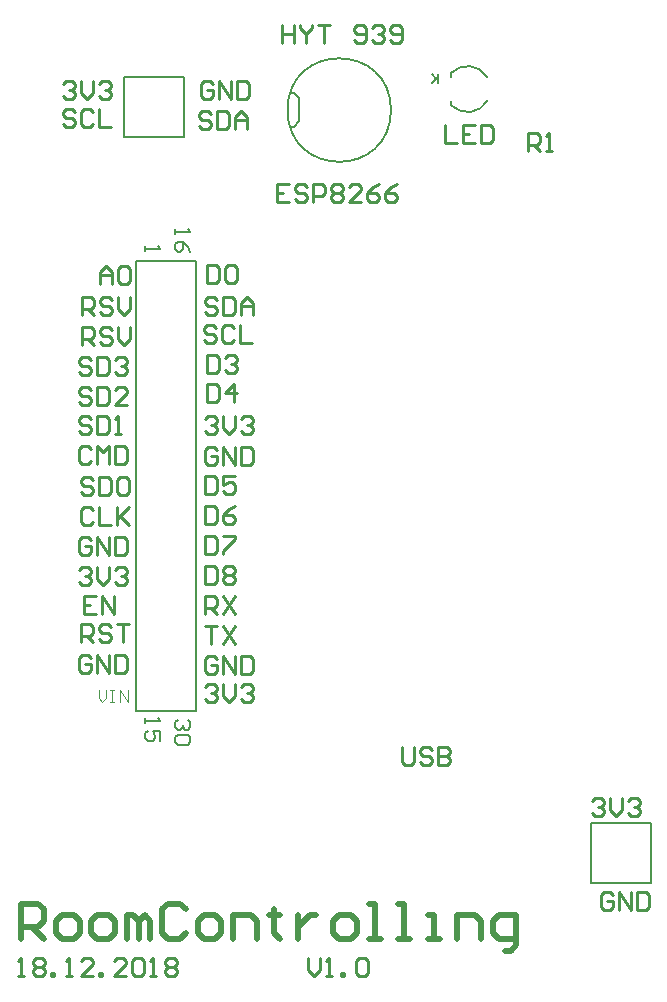
<source format=gto>
G04*
G04 #@! TF.GenerationSoftware,Altium Limited,CircuitStudio,1.5.1 (13)*
G04*
G04 Layer_Color=15065295*
%FSLAX43Y43*%
%MOMM*%
G71*
G01*
G75*
%ADD18C,0.200*%
%ADD19C,0.254*%
%ADD20C,0.120*%
%ADD21C,0.152*%
%ADD22C,0.203*%
%ADD23C,0.500*%
%ADD24C,0.280*%
D18*
X140726Y177123D02*
G03*
X137686Y177480I-1661J-1022D01*
G01*
X137753Y174658D02*
G03*
X140726Y175079I1312J1443D01*
G01*
X132580Y174323D02*
G03*
X132580Y174323I-4380J0D01*
G01*
X149479Y113919D02*
X154559D01*
X149479Y108839D02*
Y113919D01*
X154559Y108839D02*
Y113919D01*
X149479Y108839D02*
X154559D01*
X109982Y177117D02*
X115062D01*
X109982Y172037D02*
Y177117D01*
X115062Y172037D02*
Y177117D01*
X109982Y172037D02*
X115062D01*
X137668Y174743D02*
X137753Y174658D01*
X137668Y177117D02*
Y177480D01*
Y174743D02*
Y175085D01*
X110998Y123420D02*
X116078D01*
X110998D02*
Y161520D01*
X116078Y123420D02*
Y161520D01*
X110998D02*
X116078D01*
X124075Y175773D02*
X124375D01*
X124075Y172923D02*
X124375D01*
Y175773D02*
X124825Y175323D01*
X124375Y172923D02*
X124825Y173373D01*
Y174323D01*
Y175323D01*
D19*
X144145Y170894D02*
Y172418D01*
X144907D01*
X145161Y172164D01*
Y171656D01*
X144907Y171402D01*
X144145D01*
X144653D02*
X145161Y170894D01*
X145669D02*
X146176D01*
X145922D01*
Y172418D01*
X145669Y172164D01*
X137160Y173053D02*
Y171529D01*
X138176D01*
X139699Y173053D02*
X138684D01*
Y171529D01*
X139699D01*
X138684Y172291D02*
X139191D01*
X140207Y173053D02*
Y171529D01*
X140969D01*
X141223Y171783D01*
Y172799D01*
X140969Y173053D01*
X140207D01*
X123317Y181483D02*
Y179959D01*
Y180721D01*
X124333D01*
Y181483D01*
Y179959D01*
X124841Y181483D02*
Y181229D01*
X125348Y180721D01*
X125856Y181229D01*
Y181483D01*
X125348Y180721D02*
Y179959D01*
X126364Y181483D02*
X127380D01*
X126872D01*
Y179959D01*
X129411Y180213D02*
X129665Y179959D01*
X130173D01*
X130427Y180213D01*
Y181229D01*
X130173Y181483D01*
X129665D01*
X129411Y181229D01*
Y180975D01*
X129665Y180721D01*
X130427D01*
X130935Y181229D02*
X131188Y181483D01*
X131696D01*
X131950Y181229D01*
Y180975D01*
X131696Y180721D01*
X131442D01*
X131696D01*
X131950Y180467D01*
Y180213D01*
X131696Y179959D01*
X131188D01*
X130935Y180213D01*
X132458D02*
X132712Y179959D01*
X133220D01*
X133474Y180213D01*
Y181229D01*
X133220Y181483D01*
X132712D01*
X132458Y181229D01*
Y180975D01*
X132712Y180721D01*
X133474D01*
X123952Y168021D02*
X122936D01*
Y166497D01*
X123952D01*
X122936Y167259D02*
X123444D01*
X125475Y167767D02*
X125221Y168021D01*
X124713D01*
X124460Y167767D01*
Y167513D01*
X124713Y167259D01*
X125221D01*
X125475Y167005D01*
Y166751D01*
X125221Y166497D01*
X124713D01*
X124460Y166751D01*
X125983Y166497D02*
Y168021D01*
X126745D01*
X126999Y167767D01*
Y167259D01*
X126745Y167005D01*
X125983D01*
X127507Y167767D02*
X127760Y168021D01*
X128268D01*
X128522Y167767D01*
Y167513D01*
X128268Y167259D01*
X128522Y167005D01*
Y166751D01*
X128268Y166497D01*
X127760D01*
X127507Y166751D01*
Y167005D01*
X127760Y167259D01*
X127507Y167513D01*
Y167767D01*
X127760Y167259D02*
X128268D01*
X130046Y166497D02*
X129030D01*
X130046Y167513D01*
Y167767D01*
X129792Y168021D01*
X129284D01*
X129030Y167767D01*
X131569Y168021D02*
X131061Y167767D01*
X130554Y167259D01*
Y166751D01*
X130807Y166497D01*
X131315D01*
X131569Y166751D01*
Y167005D01*
X131315Y167259D01*
X130554D01*
X133093Y168021D02*
X132585Y167767D01*
X132077Y167259D01*
Y166751D01*
X132331Y166497D01*
X132839D01*
X133093Y166751D01*
Y167005D01*
X132839Y167259D01*
X132077D01*
X116840Y125452D02*
X117094Y125706D01*
X117602D01*
X117856Y125452D01*
Y125198D01*
X117602Y124944D01*
X117348D01*
X117602D01*
X117856Y124690D01*
Y124436D01*
X117602Y124182D01*
X117094D01*
X116840Y124436D01*
X118364Y125706D02*
Y124690D01*
X118871Y124182D01*
X119379Y124690D01*
Y125706D01*
X119887Y125452D02*
X120141Y125706D01*
X120649D01*
X120903Y125452D01*
Y125198D01*
X120649Y124944D01*
X120395D01*
X120649D01*
X120903Y124690D01*
Y124436D01*
X120649Y124182D01*
X120141D01*
X119887Y124436D01*
X117856Y127865D02*
X117602Y128119D01*
X117094D01*
X116840Y127865D01*
Y126849D01*
X117094Y126595D01*
X117602D01*
X117856Y126849D01*
Y127357D01*
X117348D01*
X118364Y126595D02*
Y128119D01*
X119379Y126595D01*
Y128119D01*
X119887D02*
Y126595D01*
X120649D01*
X120903Y126849D01*
Y127865D01*
X120649Y128119D01*
X119887D01*
X116840Y130659D02*
X117856D01*
X117348D01*
Y129135D01*
X118364Y130659D02*
X119379Y129135D01*
Y130659D02*
X118364Y129135D01*
X116840Y131675D02*
Y133199D01*
X117602D01*
X117856Y132945D01*
Y132437D01*
X117602Y132183D01*
X116840D01*
X117348D02*
X117856Y131675D01*
X118364Y133199D02*
X119379Y131675D01*
Y133199D02*
X118364Y131675D01*
X116840Y135739D02*
Y134215D01*
X117602D01*
X117856Y134469D01*
Y135485D01*
X117602Y135739D01*
X116840D01*
X118364Y135485D02*
X118617Y135739D01*
X119125D01*
X119379Y135485D01*
Y135231D01*
X119125Y134977D01*
X119379Y134723D01*
Y134469D01*
X119125Y134215D01*
X118617D01*
X118364Y134469D01*
Y134723D01*
X118617Y134977D01*
X118364Y135231D01*
Y135485D01*
X118617Y134977D02*
X119125D01*
X116840Y138279D02*
Y136755D01*
X117602D01*
X117856Y137009D01*
Y138025D01*
X117602Y138279D01*
X116840D01*
X118364D02*
X119379D01*
Y138025D01*
X118364Y137009D01*
Y136755D01*
X116840Y140819D02*
Y139295D01*
X117602D01*
X117856Y139549D01*
Y140565D01*
X117602Y140819D01*
X116840D01*
X119379D02*
X118871Y140565D01*
X118364Y140057D01*
Y139549D01*
X118617Y139295D01*
X119125D01*
X119379Y139549D01*
Y139803D01*
X119125Y140057D01*
X118364D01*
X116840Y143359D02*
Y141835D01*
X117602D01*
X117856Y142089D01*
Y143105D01*
X117602Y143359D01*
X116840D01*
X119379D02*
X118364D01*
Y142597D01*
X118871Y142851D01*
X119125D01*
X119379Y142597D01*
Y142089D01*
X119125Y141835D01*
X118617D01*
X118364Y142089D01*
X117856Y145518D02*
X117602Y145772D01*
X117094D01*
X116840Y145518D01*
Y144502D01*
X117094Y144248D01*
X117602D01*
X117856Y144502D01*
Y145010D01*
X117348D01*
X118364Y144248D02*
Y145772D01*
X119379Y144248D01*
Y145772D01*
X119887D02*
Y144248D01*
X120649D01*
X120903Y144502D01*
Y145518D01*
X120649Y145772D01*
X119887D01*
X116840Y148185D02*
X117094Y148439D01*
X117602D01*
X117856Y148185D01*
Y147931D01*
X117602Y147677D01*
X117348D01*
X117602D01*
X117856Y147423D01*
Y147169D01*
X117602Y146915D01*
X117094D01*
X116840Y147169D01*
X118364Y148439D02*
Y147423D01*
X118871Y146915D01*
X119379Y147423D01*
Y148439D01*
X119887Y148185D02*
X120141Y148439D01*
X120649D01*
X120903Y148185D01*
Y147931D01*
X120649Y147677D01*
X120395D01*
X120649D01*
X120903Y147423D01*
Y147169D01*
X120649Y146915D01*
X120141D01*
X119887Y147169D01*
X116967Y151130D02*
Y149606D01*
X117729D01*
X117983Y149860D01*
Y150876D01*
X117729Y151130D01*
X116967D01*
X119252Y149606D02*
Y151130D01*
X118491Y150368D01*
X119506D01*
X116967Y153543D02*
Y152019D01*
X117729D01*
X117983Y152273D01*
Y153289D01*
X117729Y153543D01*
X116967D01*
X118491Y153289D02*
X118744Y153543D01*
X119252D01*
X119506Y153289D01*
Y153035D01*
X119252Y152781D01*
X118998D01*
X119252D01*
X119506Y152527D01*
Y152273D01*
X119252Y152019D01*
X118744D01*
X118491Y152273D01*
X117729Y155829D02*
X117475Y156083D01*
X116967D01*
X116713Y155829D01*
Y155575D01*
X116967Y155321D01*
X117475D01*
X117729Y155067D01*
Y154813D01*
X117475Y154559D01*
X116967D01*
X116713Y154813D01*
X119252Y155829D02*
X118998Y156083D01*
X118490D01*
X118237Y155829D01*
Y154813D01*
X118490Y154559D01*
X118998D01*
X119252Y154813D01*
X119760Y156083D02*
Y154559D01*
X120776D01*
X117856Y158242D02*
X117602Y158496D01*
X117094D01*
X116840Y158242D01*
Y157988D01*
X117094Y157734D01*
X117602D01*
X117856Y157480D01*
Y157226D01*
X117602Y156972D01*
X117094D01*
X116840Y157226D01*
X118364Y158496D02*
Y156972D01*
X119125D01*
X119379Y157226D01*
Y158242D01*
X119125Y158496D01*
X118364D01*
X119887Y156972D02*
Y157988D01*
X120395Y158496D01*
X120903Y157988D01*
Y156972D01*
Y157734D01*
X119887D01*
X116967Y161163D02*
Y159639D01*
X117729D01*
X117983Y159893D01*
Y160909D01*
X117729Y161163D01*
X116967D01*
X118491Y160909D02*
X118744Y161163D01*
X119252D01*
X119506Y160909D01*
Y159893D01*
X119252Y159639D01*
X118744D01*
X118491Y159893D01*
Y160909D01*
X107188Y127889D02*
X106934Y128143D01*
X106426D01*
X106172Y127889D01*
Y126873D01*
X106426Y126619D01*
X106934D01*
X107188Y126873D01*
Y127381D01*
X106680D01*
X107696Y126619D02*
Y128143D01*
X108711Y126619D01*
Y128143D01*
X109219D02*
Y126619D01*
X109981D01*
X110235Y126873D01*
Y127889D01*
X109981Y128143D01*
X109219D01*
X106299Y129286D02*
Y130810D01*
X107061D01*
X107315Y130556D01*
Y130048D01*
X107061Y129794D01*
X106299D01*
X106807D02*
X107315Y129286D01*
X108838Y130556D02*
X108584Y130810D01*
X108076D01*
X107823Y130556D01*
Y130302D01*
X108076Y130048D01*
X108584D01*
X108838Y129794D01*
Y129540D01*
X108584Y129286D01*
X108076D01*
X107823Y129540D01*
X109346Y130810D02*
X110362D01*
X109854D01*
Y129286D01*
X107569Y133199D02*
X106553D01*
Y131675D01*
X107569D01*
X106553Y132437D02*
X107061D01*
X108077Y131675D02*
Y133199D01*
X109092Y131675D01*
Y133199D01*
X106172Y135382D02*
X106426Y135636D01*
X106934D01*
X107188Y135382D01*
Y135128D01*
X106934Y134874D01*
X106680D01*
X106934D01*
X107188Y134620D01*
Y134366D01*
X106934Y134112D01*
X106426D01*
X106172Y134366D01*
X107696Y135636D02*
Y134620D01*
X108203Y134112D01*
X108711Y134620D01*
Y135636D01*
X109219Y135382D02*
X109473Y135636D01*
X109981D01*
X110235Y135382D01*
Y135128D01*
X109981Y134874D01*
X109727D01*
X109981D01*
X110235Y134620D01*
Y134366D01*
X109981Y134112D01*
X109473D01*
X109219Y134366D01*
X107188Y137922D02*
X106934Y138176D01*
X106426D01*
X106172Y137922D01*
Y136906D01*
X106426Y136652D01*
X106934D01*
X107188Y136906D01*
Y137414D01*
X106680D01*
X107696Y136652D02*
Y138176D01*
X108711Y136652D01*
Y138176D01*
X109219D02*
Y136652D01*
X109981D01*
X110235Y136906D01*
Y137922D01*
X109981Y138176D01*
X109219D01*
X107315Y140438D02*
X107061Y140692D01*
X106553D01*
X106299Y140438D01*
Y139422D01*
X106553Y139168D01*
X107061D01*
X107315Y139422D01*
X107823Y140692D02*
Y139168D01*
X108838D01*
X109346Y140692D02*
Y139168D01*
Y139676D01*
X110362Y140692D01*
X109600Y139930D01*
X110362Y139168D01*
X107315Y142978D02*
X107061Y143232D01*
X106553D01*
X106299Y142978D01*
Y142724D01*
X106553Y142470D01*
X107061D01*
X107315Y142216D01*
Y141962D01*
X107061Y141708D01*
X106553D01*
X106299Y141962D01*
X107823Y143232D02*
Y141708D01*
X108584D01*
X108838Y141962D01*
Y142978D01*
X108584Y143232D01*
X107823D01*
X109346Y142978D02*
X109600Y143232D01*
X110108D01*
X110362Y142978D01*
Y141962D01*
X110108Y141708D01*
X109600D01*
X109346Y141962D01*
Y142978D01*
X107188Y145645D02*
X106934Y145899D01*
X106426D01*
X106172Y145645D01*
Y144629D01*
X106426Y144375D01*
X106934D01*
X107188Y144629D01*
X107696Y144375D02*
Y145899D01*
X108203Y145391D01*
X108711Y145899D01*
Y144375D01*
X109219Y145899D02*
Y144375D01*
X109981D01*
X110235Y144629D01*
Y145645D01*
X109981Y145899D01*
X109219D01*
X107188Y148185D02*
X106934Y148439D01*
X106426D01*
X106172Y148185D01*
Y147931D01*
X106426Y147677D01*
X106934D01*
X107188Y147423D01*
Y147169D01*
X106934Y146915D01*
X106426D01*
X106172Y147169D01*
X107696Y148439D02*
Y146915D01*
X108457D01*
X108711Y147169D01*
Y148185D01*
X108457Y148439D01*
X107696D01*
X109219Y146915D02*
X109727D01*
X109473D01*
Y148439D01*
X109219Y148185D01*
X107188Y150598D02*
X106934Y150852D01*
X106426D01*
X106172Y150598D01*
Y150344D01*
X106426Y150090D01*
X106934D01*
X107188Y149836D01*
Y149582D01*
X106934Y149328D01*
X106426D01*
X106172Y149582D01*
X107696Y150852D02*
Y149328D01*
X108457D01*
X108711Y149582D01*
Y150598D01*
X108457Y150852D01*
X107696D01*
X110235Y149328D02*
X109219D01*
X110235Y150344D01*
Y150598D01*
X109981Y150852D01*
X109473D01*
X109219Y150598D01*
X107188Y153138D02*
X106934Y153392D01*
X106426D01*
X106172Y153138D01*
Y152884D01*
X106426Y152630D01*
X106934D01*
X107188Y152376D01*
Y152122D01*
X106934Y151868D01*
X106426D01*
X106172Y152122D01*
X107696Y153392D02*
Y151868D01*
X108457D01*
X108711Y152122D01*
Y153138D01*
X108457Y153392D01*
X107696D01*
X109219Y153138D02*
X109473Y153392D01*
X109981D01*
X110235Y153138D01*
Y152884D01*
X109981Y152630D01*
X109727D01*
X109981D01*
X110235Y152376D01*
Y152122D01*
X109981Y151868D01*
X109473D01*
X109219Y152122D01*
X106426Y154408D02*
Y155932D01*
X107188D01*
X107442Y155678D01*
Y155170D01*
X107188Y154916D01*
X106426D01*
X106934D02*
X107442Y154408D01*
X108965Y155678D02*
X108711Y155932D01*
X108203D01*
X107950Y155678D01*
Y155424D01*
X108203Y155170D01*
X108711D01*
X108965Y154916D01*
Y154662D01*
X108711Y154408D01*
X108203D01*
X107950Y154662D01*
X109473Y155932D02*
Y154916D01*
X109981Y154408D01*
X110489Y154916D01*
Y155932D01*
X106426Y156948D02*
Y158472D01*
X107188D01*
X107442Y158218D01*
Y157710D01*
X107188Y157456D01*
X106426D01*
X106934D02*
X107442Y156948D01*
X108965Y158218D02*
X108711Y158472D01*
X108203D01*
X107950Y158218D01*
Y157964D01*
X108203Y157710D01*
X108711D01*
X108965Y157456D01*
Y157202D01*
X108711Y156948D01*
X108203D01*
X107950Y157202D01*
X109473Y158472D02*
Y157456D01*
X109981Y156948D01*
X110489Y157456D01*
Y158472D01*
X107950Y159615D02*
Y160631D01*
X108458Y161139D01*
X108966Y160631D01*
Y159615D01*
Y160377D01*
X107950D01*
X109474Y160885D02*
X109727Y161139D01*
X110235D01*
X110489Y160885D01*
Y159869D01*
X110235Y159615D01*
X109727D01*
X109474Y159869D01*
Y160885D01*
X117348Y173990D02*
X117094Y174244D01*
X116586D01*
X116332Y173990D01*
Y173736D01*
X116586Y173482D01*
X117094D01*
X117348Y173228D01*
Y172974D01*
X117094Y172720D01*
X116586D01*
X116332Y172974D01*
X117856Y174244D02*
Y172720D01*
X118617D01*
X118871Y172974D01*
Y173990D01*
X118617Y174244D01*
X117856D01*
X119379Y172720D02*
Y173736D01*
X119887Y174244D01*
X120395Y173736D01*
Y172720D01*
Y173482D01*
X119379D01*
X117475Y176530D02*
X117221Y176784D01*
X116713D01*
X116459Y176530D01*
Y175514D01*
X116713Y175260D01*
X117221D01*
X117475Y175514D01*
Y176022D01*
X116967D01*
X117983Y175260D02*
Y176784D01*
X118998Y175260D01*
Y176784D01*
X119506D02*
Y175260D01*
X120268D01*
X120522Y175514D01*
Y176530D01*
X120268Y176784D01*
X119506D01*
X105791Y174117D02*
X105537Y174371D01*
X105029D01*
X104775Y174117D01*
Y173863D01*
X105029Y173609D01*
X105537D01*
X105791Y173355D01*
Y173101D01*
X105537Y172847D01*
X105029D01*
X104775Y173101D01*
X107314Y174117D02*
X107060Y174371D01*
X106552D01*
X106299Y174117D01*
Y173101D01*
X106552Y172847D01*
X107060D01*
X107314Y173101D01*
X107822Y174371D02*
Y172847D01*
X108838D01*
X104775Y176530D02*
X105029Y176784D01*
X105537D01*
X105791Y176530D01*
Y176276D01*
X105537Y176022D01*
X105283D01*
X105537D01*
X105791Y175768D01*
Y175514D01*
X105537Y175260D01*
X105029D01*
X104775Y175514D01*
X106299Y176784D02*
Y175768D01*
X106806Y175260D01*
X107314Y175768D01*
Y176784D01*
X107822Y176530D02*
X108076Y176784D01*
X108584D01*
X108838Y176530D01*
Y176276D01*
X108584Y176022D01*
X108330D01*
X108584D01*
X108838Y175768D01*
Y175514D01*
X108584Y175260D01*
X108076D01*
X107822Y175514D01*
X149606Y115824D02*
X149860Y116078D01*
X150368D01*
X150622Y115824D01*
Y115570D01*
X150368Y115316D01*
X150114D01*
X150368D01*
X150622Y115062D01*
Y114808D01*
X150368Y114554D01*
X149860D01*
X149606Y114808D01*
X151130Y116078D02*
Y115062D01*
X151637Y114554D01*
X152145Y115062D01*
Y116078D01*
X152653Y115824D02*
X152907Y116078D01*
X153415D01*
X153669Y115824D01*
Y115570D01*
X153415Y115316D01*
X153161D01*
X153415D01*
X153669Y115062D01*
Y114808D01*
X153415Y114554D01*
X152907D01*
X152653Y114808D01*
X151384Y107823D02*
X151130Y108077D01*
X150622D01*
X150368Y107823D01*
Y106807D01*
X150622Y106553D01*
X151130D01*
X151384Y106807D01*
Y107315D01*
X150876D01*
X151892Y106553D02*
Y108077D01*
X152907Y106553D01*
Y108077D01*
X153415D02*
Y106553D01*
X154177D01*
X154431Y106807D01*
Y107823D01*
X154177Y108077D01*
X153415D01*
X133477Y120396D02*
Y119126D01*
X133731Y118872D01*
X134239D01*
X134493Y119126D01*
Y120396D01*
X136016Y120142D02*
X135762Y120396D01*
X135254D01*
X135001Y120142D01*
Y119888D01*
X135254Y119634D01*
X135762D01*
X136016Y119380D01*
Y119126D01*
X135762Y118872D01*
X135254D01*
X135001Y119126D01*
X136524Y120396D02*
Y118872D01*
X137286D01*
X137540Y119126D01*
Y119380D01*
X137286Y119634D01*
X136524D01*
X137286D01*
X137540Y119888D01*
Y120142D01*
X137286Y120396D01*
X136524D01*
D20*
X107823Y125182D02*
Y124515D01*
X108156Y124182D01*
X108489Y124515D01*
Y125182D01*
X108823D02*
X109156D01*
X108989D01*
Y124182D01*
X108823D01*
X109156D01*
X109656D02*
Y125182D01*
X110322Y124182D01*
Y125182D01*
D21*
X136525Y176609D02*
Y177371D01*
Y177117D01*
X136017Y176609D01*
X136398Y176990D01*
X136017Y177371D01*
D22*
X115358Y122682D02*
X115570Y122470D01*
Y122047D01*
X115358Y121836D01*
X115146D01*
X114935Y122047D01*
Y122259D01*
Y122047D01*
X114723Y121836D01*
X114512D01*
X114300Y122047D01*
Y122470D01*
X114512Y122682D01*
X115358Y121412D02*
X115570Y121201D01*
Y120778D01*
X115358Y120566D01*
X114512D01*
X114300Y120778D01*
Y121201D01*
X114512Y121412D01*
X115358D01*
X111760Y122809D02*
Y122386D01*
Y122597D01*
X113030D01*
X112818Y122809D01*
X113030Y120905D02*
Y121751D01*
X112395D01*
X112606Y121328D01*
Y121116D01*
X112395Y120905D01*
X111972D01*
X111760Y121116D01*
Y121539D01*
X111972Y121751D01*
X111760Y162790D02*
Y162367D01*
Y162578D01*
X113030D01*
X112818Y162790D01*
X114300Y164211D02*
Y163788D01*
Y163999D01*
X115570D01*
X115358Y164211D01*
X115570Y162307D02*
X115358Y162730D01*
X114935Y163153D01*
X114512D01*
X114300Y162941D01*
Y162518D01*
X114512Y162307D01*
X114723D01*
X114935Y162518D01*
Y163153D01*
D23*
X101219Y104140D02*
Y107139D01*
X102719D01*
X103218Y106639D01*
Y105640D01*
X102719Y105140D01*
X101219D01*
X102219D02*
X103218Y104140D01*
X104718D02*
X105718D01*
X106217Y104640D01*
Y105640D01*
X105718Y106139D01*
X104718D01*
X104218Y105640D01*
Y104640D01*
X104718Y104140D01*
X107717D02*
X108717D01*
X109216Y104640D01*
Y105640D01*
X108717Y106139D01*
X107717D01*
X107217Y105640D01*
Y104640D01*
X107717Y104140D01*
X110216D02*
Y106139D01*
X110716D01*
X111216Y105640D01*
Y104140D01*
Y105640D01*
X111716Y106139D01*
X112215Y105640D01*
Y104140D01*
X115214Y106639D02*
X114715Y107139D01*
X113715D01*
X113215Y106639D01*
Y104640D01*
X113715Y104140D01*
X114715D01*
X115214Y104640D01*
X116714Y104140D02*
X117714D01*
X118214Y104640D01*
Y105640D01*
X117714Y106139D01*
X116714D01*
X116214Y105640D01*
Y104640D01*
X116714Y104140D01*
X119213D02*
Y106139D01*
X120713D01*
X121213Y105640D01*
Y104140D01*
X122712Y106639D02*
Y106139D01*
X122212D01*
X123212D01*
X122712D01*
Y104640D01*
X123212Y104140D01*
X124711Y106139D02*
Y104140D01*
Y105140D01*
X125211Y105640D01*
X125711Y106139D01*
X126211D01*
X128210Y104140D02*
X129210D01*
X129710Y104640D01*
Y105640D01*
X129210Y106139D01*
X128210D01*
X127710Y105640D01*
Y104640D01*
X128210Y104140D01*
X130709D02*
X131709D01*
X131209D01*
Y107139D01*
X130709D01*
X133209Y104140D02*
X134208D01*
X133708D01*
Y107139D01*
X133209D01*
X135708Y104140D02*
X136708D01*
X136208D01*
Y106139D01*
X135708D01*
X138207Y104140D02*
Y106139D01*
X139707D01*
X140206Y105640D01*
Y104140D01*
X142206Y103140D02*
X142706D01*
X143205Y103640D01*
Y106139D01*
X141706D01*
X141206Y105640D01*
Y104640D01*
X141706Y104140D01*
X143205D01*
D24*
X100965Y100965D02*
X101473D01*
X101219D01*
Y102489D01*
X100965Y102235D01*
X102235D02*
X102489Y102489D01*
X102996D01*
X103250Y102235D01*
Y101981D01*
X102996Y101727D01*
X103250Y101473D01*
Y101219D01*
X102996Y100965D01*
X102489D01*
X102235Y101219D01*
Y101473D01*
X102489Y101727D01*
X102235Y101981D01*
Y102235D01*
X102489Y101727D02*
X102996D01*
X103758Y100965D02*
Y101219D01*
X104012D01*
Y100965D01*
X103758D01*
X105028D02*
X105536D01*
X105282D01*
Y102489D01*
X105028Y102235D01*
X107313Y100965D02*
X106297D01*
X107313Y101981D01*
Y102235D01*
X107059Y102489D01*
X106551D01*
X106297Y102235D01*
X107821Y100965D02*
Y101219D01*
X108075D01*
Y100965D01*
X107821D01*
X110106D02*
X109090D01*
X110106Y101981D01*
Y102235D01*
X109852Y102489D01*
X109344D01*
X109090Y102235D01*
X110614D02*
X110868Y102489D01*
X111376D01*
X111630Y102235D01*
Y101219D01*
X111376Y100965D01*
X110868D01*
X110614Y101219D01*
Y102235D01*
X112137Y100965D02*
X112645D01*
X112391D01*
Y102489D01*
X112137Y102235D01*
X113407D02*
X113661Y102489D01*
X114169D01*
X114423Y102235D01*
Y101981D01*
X114169Y101727D01*
X114423Y101473D01*
Y101219D01*
X114169Y100965D01*
X113661D01*
X113407Y101219D01*
Y101473D01*
X113661Y101727D01*
X113407Y101981D01*
Y102235D01*
X113661Y101727D02*
X114169D01*
X125595Y102489D02*
Y101473D01*
X126103Y100965D01*
X126611Y101473D01*
Y102489D01*
X127119Y100965D02*
X127626D01*
X127372D01*
Y102489D01*
X127119Y102235D01*
X128388Y100965D02*
Y101219D01*
X128642D01*
Y100965D01*
X128388D01*
X129658Y102235D02*
X129912Y102489D01*
X130419D01*
X130673Y102235D01*
Y101219D01*
X130419Y100965D01*
X129912D01*
X129658Y101219D01*
Y102235D01*
M02*

</source>
